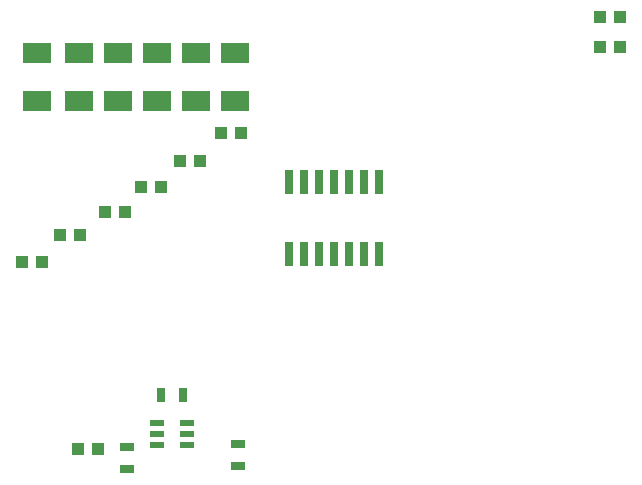
<source format=gtp>
G75*
%MOIN*%
%OFA0B0*%
%FSLAX24Y24*%
%IPPOS*%
%LPD*%
%AMOC8*
5,1,8,0,0,1.08239X$1,22.5*
%
%ADD10R,0.0260X0.0800*%
%ADD11R,0.0945X0.0709*%
%ADD12R,0.0433X0.0394*%
%ADD13R,0.0472X0.0217*%
%ADD14R,0.0315X0.0472*%
%ADD15R,0.0472X0.0315*%
D10*
X021052Y012440D03*
X021552Y012440D03*
X022052Y012440D03*
X022552Y012440D03*
X023052Y012440D03*
X023552Y012440D03*
X024052Y012440D03*
X024052Y014860D03*
X023552Y014860D03*
X023052Y014860D03*
X022552Y014860D03*
X022052Y014860D03*
X021552Y014860D03*
X021052Y014860D03*
D11*
X019252Y017553D03*
X017952Y017553D03*
X016652Y017553D03*
X015352Y017553D03*
X014052Y017553D03*
X012652Y017553D03*
X012652Y019147D03*
X014052Y019147D03*
X015352Y019147D03*
X016652Y019147D03*
X017952Y019147D03*
X019252Y019147D03*
D12*
X014018Y005950D03*
X014687Y005950D03*
X012812Y012175D03*
X012143Y012175D03*
X013418Y013100D03*
X014087Y013100D03*
X014918Y013850D03*
X015587Y013850D03*
X016118Y014700D03*
X016787Y014700D03*
X017418Y015550D03*
X018087Y015550D03*
X018768Y016500D03*
X019437Y016500D03*
X031418Y019350D03*
X032087Y019350D03*
X032087Y020350D03*
X031418Y020350D03*
D13*
X017664Y006824D03*
X017664Y006450D03*
X017664Y006076D03*
X016641Y006076D03*
X016641Y006450D03*
X016641Y006824D03*
D14*
X016798Y007750D03*
X017507Y007750D03*
D15*
X019352Y006104D03*
X019352Y005396D03*
X015652Y005296D03*
X015652Y006004D03*
M02*

</source>
